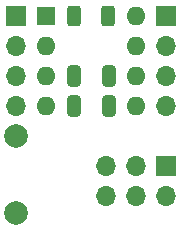
<source format=gbr>
%TF.GenerationSoftware,KiCad,Pcbnew,(6.0.7)*%
%TF.CreationDate,2023-04-14T11:36:13-05:00*%
%TF.ProjectId,ATtiny_PCB,41547469-6e79-45f5-9043-422e6b696361,rev?*%
%TF.SameCoordinates,Original*%
%TF.FileFunction,Soldermask,Bot*%
%TF.FilePolarity,Negative*%
%FSLAX46Y46*%
G04 Gerber Fmt 4.6, Leading zero omitted, Abs format (unit mm)*
G04 Created by KiCad (PCBNEW (6.0.7)) date 2023-04-14 11:36:13*
%MOMM*%
%LPD*%
G01*
G04 APERTURE LIST*
G04 Aperture macros list*
%AMRoundRect*
0 Rectangle with rounded corners*
0 $1 Rounding radius*
0 $2 $3 $4 $5 $6 $7 $8 $9 X,Y pos of 4 corners*
0 Add a 4 corners polygon primitive as box body*
4,1,4,$2,$3,$4,$5,$6,$7,$8,$9,$2,$3,0*
0 Add four circle primitives for the rounded corners*
1,1,$1+$1,$2,$3*
1,1,$1+$1,$4,$5*
1,1,$1+$1,$6,$7*
1,1,$1+$1,$8,$9*
0 Add four rect primitives between the rounded corners*
20,1,$1+$1,$2,$3,$4,$5,0*
20,1,$1+$1,$4,$5,$6,$7,0*
20,1,$1+$1,$6,$7,$8,$9,0*
20,1,$1+$1,$8,$9,$2,$3,0*%
G04 Aperture macros list end*
%ADD10C,2.000000*%
%ADD11R,1.600000X1.600000*%
%ADD12O,1.600000X1.600000*%
%ADD13O,1.700000X1.700000*%
%ADD14R,1.700000X1.700000*%
%ADD15RoundRect,0.250000X-0.312500X-0.625000X0.312500X-0.625000X0.312500X0.625000X-0.312500X0.625000X0*%
%ADD16RoundRect,0.250000X0.325000X0.650000X-0.325000X0.650000X-0.325000X-0.650000X0.325000X-0.650000X0*%
G04 APERTURE END LIST*
D10*
%TO.C,SW1*%
X172720000Y-97800000D03*
X172720000Y-104300000D03*
%TD*%
D11*
%TO.C,U1*%
X175260000Y-87640000D03*
D12*
X175260000Y-90180000D03*
X175260000Y-92720000D03*
X175260000Y-95260000D03*
X182880000Y-95260000D03*
X182880000Y-92720000D03*
X182880000Y-90180000D03*
X182880000Y-87640000D03*
%TD*%
D13*
%TO.C,J3*%
X180340000Y-102880000D03*
X180340000Y-100340000D03*
X182880000Y-102880000D03*
X182880000Y-100340000D03*
X185420000Y-102880000D03*
D14*
X185420000Y-100340000D03*
%TD*%
%TO.C,J1*%
X172720000Y-87640000D03*
D13*
X172720000Y-90180000D03*
X172720000Y-92720000D03*
X172720000Y-95260000D03*
%TD*%
D14*
%TO.C,J2*%
X185420000Y-87640000D03*
D13*
X185420000Y-90180000D03*
X185420000Y-92720000D03*
X185420000Y-95260000D03*
%TD*%
D15*
%TO.C,10K*%
X177607500Y-87640000D03*
X180532500Y-87640000D03*
%TD*%
D16*
%TO.C,106*%
X180545000Y-95250000D03*
X177595000Y-95250000D03*
%TD*%
%TO.C,104*%
X180545000Y-92710000D03*
X177595000Y-92710000D03*
%TD*%
M02*

</source>
